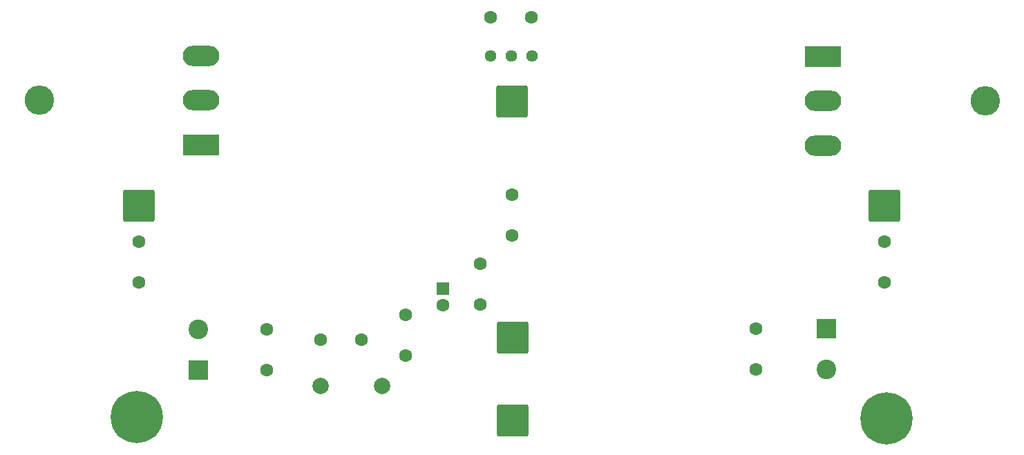
<source format=gbr>
G04 #@! TF.GenerationSoftware,KiCad,Pcbnew,(6.0.0-0)*
G04 #@! TF.CreationDate,2022-01-01T18:20:56+01:00*
G04 #@! TF.ProjectId,amp-mosfet-80w,616d702d-6d6f-4736-9665-742d3830772e,rev?*
G04 #@! TF.SameCoordinates,Original*
G04 #@! TF.FileFunction,Soldermask,Bot*
G04 #@! TF.FilePolarity,Negative*
%FSLAX46Y46*%
G04 Gerber Fmt 4.6, Leading zero omitted, Abs format (unit mm)*
G04 Created by KiCad (PCBNEW (6.0.0-0)) date 2022-01-01 18:20:56*
%MOMM*%
%LPD*%
G01*
G04 APERTURE LIST*
G04 Aperture macros list*
%AMRoundRect*
0 Rectangle with rounded corners*
0 $1 Rounding radius*
0 $2 $3 $4 $5 $6 $7 $8 $9 X,Y pos of 4 corners*
0 Add a 4 corners polygon primitive as box body*
4,1,4,$2,$3,$4,$5,$6,$7,$8,$9,$2,$3,0*
0 Add four circle primitives for the rounded corners*
1,1,$1+$1,$2,$3*
1,1,$1+$1,$4,$5*
1,1,$1+$1,$6,$7*
1,1,$1+$1,$8,$9*
0 Add four rect primitives between the rounded corners*
20,1,$1+$1,$2,$3,$4,$5,0*
20,1,$1+$1,$4,$5,$6,$7,0*
20,1,$1+$1,$6,$7,$8,$9,0*
20,1,$1+$1,$8,$9,$2,$3,0*%
G04 Aperture macros list end*
%ADD10C,1.600000*%
%ADD11R,1.600000X1.600000*%
%ADD12R,2.400000X2.400000*%
%ADD13C,2.400000*%
%ADD14C,2.000000*%
%ADD15RoundRect,0.250001X-1.699999X-1.699999X1.699999X-1.699999X1.699999X1.699999X-1.699999X1.699999X0*%
%ADD16C,6.400000*%
%ADD17C,0.800000*%
%ADD18C,1.440000*%
%ADD19O,3.600000X3.600000*%
%ADD20R,4.500000X2.500000*%
%ADD21O,4.500000X2.500000*%
G04 APERTURE END LIST*
D10*
X140890000Y-86106000D03*
X135890000Y-86106000D03*
X146367500Y-83121500D03*
X146367500Y-88121500D03*
D11*
X150939500Y-79883000D03*
D10*
X150939500Y-81883000D03*
X155448000Y-76835000D03*
X155448000Y-81835000D03*
X189230000Y-84789000D03*
X189230000Y-89789000D03*
D12*
X197866000Y-84772500D03*
D13*
X197866000Y-89772500D03*
D10*
X159385000Y-68326000D03*
X159385000Y-73326000D03*
D14*
X135890000Y-91821000D03*
X143446500Y-91821000D03*
D15*
X204978000Y-69723000D03*
X159385000Y-56896000D03*
X159448500Y-85852000D03*
X159448500Y-96012000D03*
D16*
X113411000Y-95631000D03*
D17*
X113411000Y-93231000D03*
X113411000Y-98031000D03*
X111713944Y-93933944D03*
X111011000Y-95631000D03*
X115108056Y-93933944D03*
X111713944Y-97328056D03*
X115108056Y-97328056D03*
X115811000Y-95631000D03*
X203534944Y-94060944D03*
X206929056Y-97455056D03*
D16*
X205232000Y-95758000D03*
D17*
X202832000Y-95758000D03*
X205232000Y-98158000D03*
X203534944Y-97455056D03*
X206929056Y-94060944D03*
X205232000Y-93358000D03*
X207632000Y-95758000D03*
D10*
X204978000Y-74104500D03*
X204978000Y-79104500D03*
X129286000Y-89836000D03*
X129286000Y-84836000D03*
D12*
X120904000Y-89836000D03*
D13*
X120904000Y-84836000D03*
D15*
X113665000Y-69723000D03*
D10*
X113665000Y-79104500D03*
X113665000Y-74104500D03*
X156718000Y-46609000D03*
X161718000Y-46609000D03*
D18*
X161798000Y-51308000D03*
X159258000Y-51308000D03*
X156718000Y-51308000D03*
D19*
X101425000Y-56780000D03*
D20*
X121285000Y-62230000D03*
D21*
X121285000Y-56780000D03*
X121285000Y-51330000D03*
D19*
X217345000Y-56885000D03*
D20*
X197485000Y-51435000D03*
D21*
X197485000Y-56885000D03*
X197485000Y-62335000D03*
M02*

</source>
